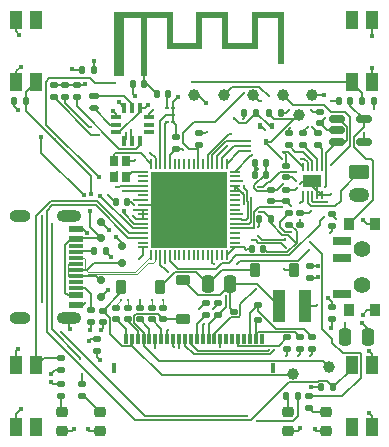
<source format=gtl>
G04 #@! TF.GenerationSoftware,KiCad,Pcbnew,8.0.2*
G04 #@! TF.CreationDate,2025-03-06T10:30:38-07:00*
G04 #@! TF.ProjectId,kicad,6b696361-642e-46b6-9963-61645f706362,4*
G04 #@! TF.SameCoordinates,Original*
G04 #@! TF.FileFunction,Copper,L1,Top*
G04 #@! TF.FilePolarity,Positive*
%FSLAX46Y46*%
G04 Gerber Fmt 4.6, Leading zero omitted, Abs format (unit mm)*
G04 Created by KiCad (PCBNEW 8.0.2) date 2025-03-06 10:30:38*
%MOMM*%
%LPD*%
G01*
G04 APERTURE LIST*
G04 Aperture macros list*
%AMRoundRect*
0 Rectangle with rounded corners*
0 $1 Rounding radius*
0 $2 $3 $4 $5 $6 $7 $8 $9 X,Y pos of 4 corners*
0 Add a 4 corners polygon primitive as box body*
4,1,4,$2,$3,$4,$5,$6,$7,$8,$9,$2,$3,0*
0 Add four circle primitives for the rounded corners*
1,1,$1+$1,$2,$3*
1,1,$1+$1,$4,$5*
1,1,$1+$1,$6,$7*
1,1,$1+$1,$8,$9*
0 Add four rect primitives between the rounded corners*
20,1,$1+$1,$2,$3,$4,$5,0*
20,1,$1+$1,$4,$5,$6,$7,0*
20,1,$1+$1,$6,$7,$8,$9,0*
20,1,$1+$1,$8,$9,$2,$3,0*%
G04 Aperture macros list end*
G04 #@! TA.AperFunction,EtchedComponent*
%ADD10C,0.000000*%
G04 #@! TD*
G04 #@! TA.AperFunction,SMDPad,CuDef*
%ADD11RoundRect,0.135000X0.135000X0.185000X-0.135000X0.185000X-0.135000X-0.185000X0.135000X-0.185000X0*%
G04 #@! TD*
G04 #@! TA.AperFunction,SMDPad,CuDef*
%ADD12R,1.000000X1.550000*%
G04 #@! TD*
G04 #@! TA.AperFunction,SMDPad,CuDef*
%ADD13R,0.990600X2.692400*%
G04 #@! TD*
G04 #@! TA.AperFunction,SMDPad,CuDef*
%ADD14C,1.000000*%
G04 #@! TD*
G04 #@! TA.AperFunction,SMDPad,CuDef*
%ADD15RoundRect,0.140000X-0.170000X0.140000X-0.170000X-0.140000X0.170000X-0.140000X0.170000X0.140000X0*%
G04 #@! TD*
G04 #@! TA.AperFunction,SMDPad,CuDef*
%ADD16RoundRect,0.218750X0.256250X-0.218750X0.256250X0.218750X-0.256250X0.218750X-0.256250X-0.218750X0*%
G04 #@! TD*
G04 #@! TA.AperFunction,SMDPad,CuDef*
%ADD17RoundRect,0.135000X0.185000X-0.135000X0.185000X0.135000X-0.185000X0.135000X-0.185000X-0.135000X0*%
G04 #@! TD*
G04 #@! TA.AperFunction,SMDPad,CuDef*
%ADD18RoundRect,0.150000X-0.200000X0.150000X-0.200000X-0.150000X0.200000X-0.150000X0.200000X0.150000X0*%
G04 #@! TD*
G04 #@! TA.AperFunction,ComponentPad*
%ADD19RoundRect,0.104167X-0.295833X0.145833X-0.295833X-0.145833X0.295833X-0.145833X0.295833X0.145833X0*%
G04 #@! TD*
G04 #@! TA.AperFunction,ComponentPad*
%ADD20O,0.800000X0.500000*%
G04 #@! TD*
G04 #@! TA.AperFunction,SMDPad,CuDef*
%ADD21R,1.150000X0.600000*%
G04 #@! TD*
G04 #@! TA.AperFunction,SMDPad,CuDef*
%ADD22R,1.150000X0.300000*%
G04 #@! TD*
G04 #@! TA.AperFunction,ComponentPad*
%ADD23O,2.100000X1.000000*%
G04 #@! TD*
G04 #@! TA.AperFunction,ComponentPad*
%ADD24O,1.800000X1.000000*%
G04 #@! TD*
G04 #@! TA.AperFunction,ComponentPad*
%ADD25RoundRect,0.250000X-0.625000X0.350000X-0.625000X-0.350000X0.625000X-0.350000X0.625000X0.350000X0*%
G04 #@! TD*
G04 #@! TA.AperFunction,ComponentPad*
%ADD26O,1.750000X1.200000*%
G04 #@! TD*
G04 #@! TA.AperFunction,SMDPad,CuDef*
%ADD27RoundRect,0.062500X0.400000X0.062500X-0.400000X0.062500X-0.400000X-0.062500X0.400000X-0.062500X0*%
G04 #@! TD*
G04 #@! TA.AperFunction,SMDPad,CuDef*
%ADD28RoundRect,0.062500X0.062500X0.400000X-0.062500X0.400000X-0.062500X-0.400000X0.062500X-0.400000X0*%
G04 #@! TD*
G04 #@! TA.AperFunction,HeatsinkPad*
%ADD29R,6.400000X6.400000*%
G04 #@! TD*
G04 #@! TA.AperFunction,SMDPad,CuDef*
%ADD30RoundRect,0.140000X0.170000X-0.140000X0.170000X0.140000X-0.170000X0.140000X-0.170000X-0.140000X0*%
G04 #@! TD*
G04 #@! TA.AperFunction,SMDPad,CuDef*
%ADD31RoundRect,0.250000X-0.250000X-0.475000X0.250000X-0.475000X0.250000X0.475000X-0.250000X0.475000X0*%
G04 #@! TD*
G04 #@! TA.AperFunction,SMDPad,CuDef*
%ADD32RoundRect,0.140000X-0.140000X-0.170000X0.140000X-0.170000X0.140000X0.170000X-0.140000X0.170000X0*%
G04 #@! TD*
G04 #@! TA.AperFunction,SMDPad,CuDef*
%ADD33RoundRect,0.225000X0.375000X-0.225000X0.375000X0.225000X-0.375000X0.225000X-0.375000X-0.225000X0*%
G04 #@! TD*
G04 #@! TA.AperFunction,SMDPad,CuDef*
%ADD34RoundRect,0.135000X-0.185000X0.135000X-0.185000X-0.135000X0.185000X-0.135000X0.185000X0.135000X0*%
G04 #@! TD*
G04 #@! TA.AperFunction,SMDPad,CuDef*
%ADD35RoundRect,0.225000X0.225000X0.375000X-0.225000X0.375000X-0.225000X-0.375000X0.225000X-0.375000X0*%
G04 #@! TD*
G04 #@! TA.AperFunction,SMDPad,CuDef*
%ADD36RoundRect,0.140000X0.140000X0.170000X-0.140000X0.170000X-0.140000X-0.170000X0.140000X-0.170000X0*%
G04 #@! TD*
G04 #@! TA.AperFunction,SMDPad,CuDef*
%ADD37RoundRect,0.147500X-0.147500X-0.172500X0.147500X-0.172500X0.147500X0.172500X-0.147500X0.172500X0*%
G04 #@! TD*
G04 #@! TA.AperFunction,SMDPad,CuDef*
%ADD38RoundRect,0.100000X0.100000X-0.155000X0.100000X0.155000X-0.100000X0.155000X-0.100000X-0.155000X0*%
G04 #@! TD*
G04 #@! TA.AperFunction,SMDPad,CuDef*
%ADD39RoundRect,0.135000X-0.135000X-0.185000X0.135000X-0.185000X0.135000X0.185000X-0.135000X0.185000X0*%
G04 #@! TD*
G04 #@! TA.AperFunction,SMDPad,CuDef*
%ADD40R,0.950000X0.350000*%
G04 #@! TD*
G04 #@! TA.AperFunction,SMDPad,CuDef*
%ADD41R,0.350000X0.950000*%
G04 #@! TD*
G04 #@! TA.AperFunction,ConnectorPad*
%ADD42R,0.500000X0.500000*%
G04 #@! TD*
G04 #@! TA.AperFunction,ComponentPad*
%ADD43R,0.900000X0.500000*%
G04 #@! TD*
G04 #@! TA.AperFunction,SMDPad,CuDef*
%ADD44RoundRect,0.150000X-0.512500X-0.150000X0.512500X-0.150000X0.512500X0.150000X-0.512500X0.150000X0*%
G04 #@! TD*
G04 #@! TA.AperFunction,SMDPad,CuDef*
%ADD45RoundRect,0.250000X0.250000X0.475000X-0.250000X0.475000X-0.250000X-0.475000X0.250000X-0.475000X0*%
G04 #@! TD*
G04 #@! TA.AperFunction,SMDPad,CuDef*
%ADD46RoundRect,0.112500X0.237500X-0.112500X0.237500X0.112500X-0.237500X0.112500X-0.237500X-0.112500X0*%
G04 #@! TD*
G04 #@! TA.AperFunction,SMDPad,CuDef*
%ADD47R,0.304800X0.254000*%
G04 #@! TD*
G04 #@! TA.AperFunction,SMDPad,CuDef*
%ADD48R,0.812800X0.990600*%
G04 #@! TD*
G04 #@! TA.AperFunction,ComponentPad*
%ADD49C,1.397000*%
G04 #@! TD*
G04 #@! TA.AperFunction,SMDPad,CuDef*
%ADD50R,1.498600X0.711200*%
G04 #@! TD*
G04 #@! TA.AperFunction,SMDPad,CuDef*
%ADD51R,0.203200X0.762000*%
G04 #@! TD*
G04 #@! TA.AperFunction,SMDPad,CuDef*
%ADD52R,1.600200X0.990600*%
G04 #@! TD*
G04 #@! TA.AperFunction,SMDPad,CuDef*
%ADD53RoundRect,0.150000X0.200000X-0.150000X0.200000X0.150000X-0.200000X0.150000X-0.200000X-0.150000X0*%
G04 #@! TD*
G04 #@! TA.AperFunction,SMDPad,CuDef*
%ADD54R,0.330200X0.812800*%
G04 #@! TD*
G04 #@! TA.AperFunction,SMDPad,CuDef*
%ADD55R,0.406400X0.812800*%
G04 #@! TD*
G04 #@! TA.AperFunction,SMDPad,CuDef*
%ADD56R,0.750000X0.850000*%
G04 #@! TD*
G04 #@! TA.AperFunction,ViaPad*
%ADD57C,0.250000*%
G04 #@! TD*
G04 #@! TA.AperFunction,ViaPad*
%ADD58C,0.450000*%
G04 #@! TD*
G04 #@! TA.AperFunction,Conductor*
%ADD59C,0.150000*%
G04 #@! TD*
G04 #@! TA.AperFunction,Conductor*
%ADD60C,0.100000*%
G04 #@! TD*
G04 APERTURE END LIST*
D10*
G04 #@! TA.AperFunction,EtchedComponent*
G36*
X140700000Y-97115000D02*
G01*
X142700000Y-97115000D01*
X142700000Y-94475000D01*
X145400000Y-94475000D01*
X145400000Y-97115000D01*
X147400000Y-97115000D01*
X147400000Y-94475000D01*
X150100000Y-94475000D01*
X150100000Y-98915000D01*
X149600000Y-98915000D01*
X149600000Y-94975000D01*
X147900000Y-94975000D01*
X147900000Y-97615000D01*
X144900000Y-97615000D01*
X144900000Y-94975000D01*
X143200000Y-94975000D01*
X143200000Y-97615000D01*
X140200000Y-97615000D01*
X140200000Y-94975000D01*
X138500000Y-94975000D01*
X138500000Y-99875000D01*
X138000000Y-99875000D01*
X138000000Y-94975000D01*
X136600000Y-94975000D01*
X136600000Y-99875000D01*
X135700000Y-99875000D01*
X135700000Y-99631785D01*
X136002417Y-99631785D01*
X136012258Y-99679395D01*
X136036326Y-99721797D01*
X136074269Y-99754581D01*
X136082181Y-99758935D01*
X136124844Y-99771043D01*
X136173363Y-99770300D01*
X136218878Y-99757400D01*
X136237489Y-99746787D01*
X136271132Y-99711553D01*
X136291691Y-99666368D01*
X136298222Y-99616842D01*
X136289782Y-99568583D01*
X136272888Y-99536357D01*
X136237628Y-99503687D01*
X136192318Y-99483592D01*
X136142733Y-99477018D01*
X136094647Y-99484908D01*
X136061755Y-99501814D01*
X136026815Y-99538584D01*
X136007153Y-99583378D01*
X136002417Y-99631785D01*
X135700000Y-99631785D01*
X135700000Y-94475000D01*
X140700000Y-94475000D01*
X140700000Y-97115000D01*
G37*
G04 #@! TD.AperFunction*
D11*
X147710000Y-103000000D03*
X146690000Y-103000000D03*
D12*
X157539000Y-129628500D03*
X157539000Y-124378500D03*
X155839000Y-129628500D03*
X155839000Y-124378500D03*
D13*
X149707800Y-119400000D03*
X151892200Y-119400000D03*
D14*
X152500000Y-101500000D03*
D15*
X152300000Y-116000000D03*
X152300000Y-116960000D03*
D16*
X131300000Y-129912000D03*
X131300000Y-128337000D03*
D17*
X150500000Y-105770000D03*
X150500000Y-104750000D03*
D18*
X134600000Y-113650000D03*
X134600000Y-112250000D03*
D19*
X134000000Y-101600000D03*
D20*
X134000000Y-102616000D03*
D21*
X132505000Y-112872500D03*
X132505000Y-113672500D03*
D22*
X132505000Y-114822500D03*
X132505000Y-115822500D03*
X132505000Y-116322500D03*
X132505000Y-117322500D03*
D21*
X132505000Y-118472500D03*
X132505000Y-119272500D03*
X132505000Y-119272500D03*
X132505000Y-118472500D03*
D22*
X132505000Y-117822500D03*
X132505000Y-116822500D03*
X132505000Y-115322500D03*
X132505000Y-114322500D03*
D21*
X132505000Y-113672500D03*
X132505000Y-112872500D03*
D23*
X131930000Y-111752500D03*
D24*
X127750000Y-111752500D03*
D23*
X131930000Y-120392500D03*
D24*
X127750000Y-120392500D03*
D11*
X149820000Y-103000000D03*
X148800000Y-103000000D03*
D14*
X145000000Y-101500000D03*
D25*
X156500000Y-108000000D03*
D26*
X156500000Y-110000000D03*
D27*
X145937500Y-114400000D03*
X145937500Y-114000000D03*
X145937500Y-113600000D03*
X145937500Y-113200000D03*
X145937500Y-112800000D03*
X145937500Y-112400000D03*
X145937500Y-112000000D03*
X145937500Y-111600000D03*
X145937500Y-111200000D03*
X145937500Y-110800000D03*
X145937500Y-110400000D03*
X145937500Y-110000000D03*
X145937500Y-109600000D03*
X145937500Y-109200000D03*
X145937500Y-108800000D03*
X145937500Y-108400000D03*
X145937500Y-108000000D03*
D28*
X145250000Y-107312500D03*
X144850000Y-107312500D03*
X144450000Y-107312500D03*
X144050000Y-107312500D03*
X143650000Y-107312500D03*
X143250000Y-107312500D03*
X142850000Y-107312500D03*
X142450000Y-107312500D03*
X142050000Y-107312500D03*
X141650000Y-107312500D03*
X141250000Y-107312500D03*
X140850000Y-107312500D03*
X140450000Y-107312500D03*
X140050000Y-107312500D03*
X139650000Y-107312500D03*
X139250000Y-107312500D03*
X138850000Y-107312500D03*
D27*
X138162500Y-108000000D03*
X138162500Y-108400000D03*
X138162500Y-108800000D03*
X138162500Y-109200000D03*
X138162500Y-109600000D03*
X138162500Y-110000000D03*
X138162500Y-110400000D03*
X138162500Y-110800000D03*
X138162500Y-111200000D03*
X138162500Y-111600000D03*
X138162500Y-112000000D03*
X138162500Y-112400000D03*
X138162500Y-112800000D03*
X138162500Y-113200000D03*
X138162500Y-113600000D03*
X138162500Y-114000000D03*
X138162500Y-114400000D03*
D28*
X138850000Y-115087500D03*
X139250000Y-115087500D03*
X139650000Y-115087500D03*
X140050000Y-115087500D03*
X140450000Y-115087500D03*
X140850000Y-115087500D03*
X141250000Y-115087500D03*
X141650000Y-115087500D03*
X142050000Y-115087500D03*
X142450000Y-115087500D03*
X142850000Y-115087500D03*
X143250000Y-115087500D03*
X143650000Y-115087500D03*
X144050000Y-115087500D03*
X144450000Y-115087500D03*
X144850000Y-115087500D03*
X145250000Y-115087500D03*
D29*
X142050000Y-111200000D03*
D30*
X153150000Y-103880000D03*
X153150000Y-102920000D03*
D18*
X136400000Y-115700000D03*
X136400000Y-114300000D03*
D16*
X150438000Y-129912000D03*
X150438000Y-128337000D03*
D31*
X155300000Y-122000000D03*
X157200000Y-122000000D03*
D32*
X147400000Y-114500000D03*
X148360000Y-114500000D03*
D33*
X141600000Y-120450000D03*
X141600000Y-117150000D03*
D34*
X144500000Y-119090000D03*
X144500000Y-120110000D03*
X133800000Y-119690000D03*
X133800000Y-120710000D03*
D35*
X139650000Y-117730000D03*
X136350000Y-117730000D03*
D15*
X135880000Y-119520000D03*
X135880000Y-120480000D03*
D36*
X138280000Y-100600000D03*
X137320000Y-100600000D03*
D37*
X139315000Y-101400000D03*
X140285000Y-101400000D03*
D34*
X152460000Y-121960000D03*
X152460000Y-122980000D03*
D15*
X137900000Y-119520000D03*
X137900000Y-120480000D03*
D30*
X140950000Y-106060000D03*
X140950000Y-105100000D03*
D14*
X147500000Y-101500000D03*
D38*
X149100000Y-104155000D03*
X148100000Y-104155000D03*
X148600000Y-105445000D03*
D39*
X133990000Y-114750000D03*
X135010000Y-114750000D03*
D36*
X155730000Y-102000000D03*
X154770000Y-102000000D03*
D34*
X152250000Y-126990000D03*
X152250000Y-128010000D03*
D14*
X150000000Y-101500000D03*
D15*
X136880000Y-119520000D03*
X136880000Y-120480000D03*
D34*
X133000000Y-125980000D03*
X133000000Y-127000000D03*
D11*
X151260000Y-127000000D03*
X150240000Y-127000000D03*
D34*
X130600000Y-100640000D03*
X130600000Y-101660000D03*
D17*
X151750000Y-105760000D03*
X151750000Y-104740000D03*
D40*
X138650000Y-104650000D03*
X138650000Y-104000000D03*
X138650000Y-103350000D03*
D41*
X137900000Y-102600000D03*
X137250000Y-102600000D03*
X136600000Y-102600000D03*
D40*
X135850000Y-103350000D03*
X135850000Y-104000000D03*
X135850000Y-104650000D03*
D41*
X136600000Y-105400000D03*
X137250000Y-105400000D03*
X137900000Y-105400000D03*
D32*
X147620000Y-107300000D03*
X148580000Y-107300000D03*
D17*
X131250000Y-124760000D03*
X131250000Y-123740000D03*
D42*
X138250000Y-99625000D03*
D43*
X136150000Y-99625000D03*
D30*
X149000000Y-110480000D03*
X149000000Y-109520000D03*
D39*
X153240000Y-126250000D03*
X154260000Y-126250000D03*
D44*
X154612500Y-103550000D03*
X154612500Y-104500000D03*
X154612500Y-105450000D03*
X156887500Y-105450000D03*
X156887500Y-103550000D03*
D34*
X142950000Y-104740000D03*
X142950000Y-105760000D03*
D14*
X151400000Y-103200000D03*
D34*
X132600000Y-100640000D03*
X132600000Y-101660000D03*
D35*
X150950000Y-116300000D03*
X147650000Y-116300000D03*
D12*
X157539000Y-100407000D03*
X157539000Y-95157000D03*
X155839000Y-100407000D03*
X155839000Y-95157000D03*
D45*
X145550000Y-117500000D03*
X143650000Y-117500000D03*
D32*
X147620000Y-108250000D03*
X148580000Y-108250000D03*
D46*
X147900000Y-120550000D03*
X147900000Y-119250000D03*
X145900000Y-119900000D03*
D11*
X157760000Y-102000000D03*
X156740000Y-102000000D03*
D30*
X150400000Y-122990000D03*
X150400000Y-122030000D03*
X134750000Y-120730000D03*
X134750000Y-119770000D03*
D12*
X127401000Y-95150000D03*
X127401000Y-100400000D03*
X129101000Y-95150000D03*
X129101000Y-100400000D03*
D47*
X140200000Y-102626002D03*
X140200000Y-103213001D03*
X140200000Y-103800000D03*
X140708000Y-103800000D03*
X140708000Y-103213001D03*
X140708000Y-102626002D03*
D17*
X151500000Y-112510000D03*
X151500000Y-111490000D03*
D14*
X153950000Y-124500000D03*
D48*
X157850000Y-119722480D03*
X157850000Y-112422520D03*
X155650000Y-112422520D03*
X155650000Y-119722480D03*
D49*
X156750000Y-117566020D03*
X156750000Y-114568820D03*
D50*
X155040400Y-118315320D03*
X155040400Y-115330820D03*
X155040400Y-113832220D03*
D30*
X150250000Y-110500000D03*
X150250000Y-109540000D03*
D51*
X151699900Y-109981200D03*
X152099950Y-109981200D03*
X152500000Y-109981200D03*
X152900050Y-109981200D03*
X153300100Y-109981200D03*
X153300100Y-107619000D03*
X152900050Y-107619000D03*
X152500000Y-107619000D03*
X152099950Y-107619000D03*
X151699900Y-107619000D03*
D52*
X152500000Y-108800100D03*
D12*
X127399000Y-124371500D03*
X127399000Y-129621500D03*
X129099000Y-124371500D03*
X129099000Y-129621500D03*
D14*
X150900000Y-125100000D03*
D32*
X148020000Y-112000000D03*
X148980000Y-112000000D03*
D39*
X127240000Y-102000000D03*
X128260000Y-102000000D03*
D32*
X133040000Y-99400000D03*
X134000000Y-99400000D03*
D36*
X136850000Y-110600000D03*
X135890000Y-110600000D03*
D53*
X134600000Y-117200000D03*
X134600000Y-118600000D03*
D34*
X131250000Y-125990000D03*
X131250000Y-127010000D03*
D15*
X154200000Y-111600000D03*
X154200000Y-112560000D03*
X150500000Y-111520000D03*
X150500000Y-112480000D03*
D30*
X154200000Y-120430000D03*
X154200000Y-119470000D03*
D34*
X131600000Y-100640000D03*
X131600000Y-101660000D03*
D15*
X134300000Y-122180000D03*
X134300000Y-123140000D03*
D34*
X143500000Y-119100000D03*
X143500000Y-120120000D03*
D54*
X148219999Y-122156000D03*
X147719998Y-122156000D03*
X147219999Y-122156000D03*
X146719997Y-122156000D03*
X146219998Y-122156000D03*
X145719999Y-122156000D03*
X145219998Y-122156000D03*
X144719999Y-122156000D03*
X144219997Y-122156000D03*
X143719998Y-122156000D03*
X143219999Y-122156000D03*
X142719998Y-122156000D03*
X142219998Y-122156000D03*
X141719997Y-122156000D03*
X141219998Y-122156000D03*
X140719999Y-122156000D03*
X140219997Y-122156000D03*
X139719998Y-122156000D03*
X139219997Y-122156000D03*
X138719998Y-122156000D03*
X138219999Y-122156000D03*
X137719997Y-122156000D03*
X137219998Y-122156000D03*
X136719999Y-122156000D03*
D55*
X135720001Y-124656000D03*
X149219999Y-124656000D03*
D16*
X134500000Y-129912000D03*
X134500000Y-128337000D03*
X153638000Y-129912000D03*
X153638000Y-128337000D03*
D17*
X151460000Y-123000000D03*
X151460000Y-121980000D03*
D56*
X136725000Y-108475000D03*
X136725000Y-107125000D03*
X135675000Y-107125000D03*
X135675000Y-108475000D03*
D15*
X138900000Y-119520000D03*
X138900000Y-120480000D03*
X150250000Y-107520000D03*
X150250000Y-108480000D03*
D14*
X142450000Y-101500000D03*
D15*
X139900000Y-119520000D03*
X139900000Y-120480000D03*
D17*
X153000000Y-105760000D03*
X153000000Y-104740000D03*
D57*
X151485000Y-109000000D03*
D58*
X157300000Y-128400000D03*
X127800000Y-99100000D03*
X157600000Y-96500000D03*
X156700000Y-120800000D03*
D57*
X139200000Y-122900000D03*
X150100000Y-116200000D03*
D58*
X135300000Y-112900000D03*
X136100000Y-102100000D03*
X132000000Y-121300000D03*
X134000000Y-98600000D03*
X142100000Y-111200000D03*
X137500000Y-101575000D03*
X134600000Y-121400000D03*
D57*
X137900000Y-118900000D03*
X135200000Y-110000000D03*
X151200000Y-113950003D03*
D58*
X135200000Y-118000000D03*
D57*
X150656059Y-104256059D03*
D58*
X157600000Y-99200000D03*
D57*
X137500000Y-107000000D03*
X154100000Y-109900000D03*
X153615284Y-103421423D03*
X140300000Y-121400000D03*
X152500000Y-104200000D03*
D58*
X152700000Y-129800000D03*
X141100000Y-101700000D03*
D57*
X150000000Y-109000000D03*
D58*
X132300000Y-129800000D03*
X134500000Y-123900000D03*
D57*
X151100000Y-108800000D03*
X144700000Y-122800000D03*
D58*
X143500000Y-102200000D03*
D57*
X136000000Y-108000000D03*
X146600000Y-103500000D03*
X156917745Y-104717745D03*
X138900000Y-118900000D03*
D58*
X156800000Y-120100000D03*
X157300000Y-123200000D03*
D57*
X147958015Y-111400000D03*
X151300000Y-123600000D03*
X152300000Y-123600000D03*
X151200000Y-109400000D03*
X139900000Y-118900000D03*
X150300000Y-123600000D03*
D58*
X133500000Y-129800000D03*
X133700000Y-121400000D03*
D57*
X139650000Y-106500000D03*
X154000000Y-113200000D03*
D58*
X127800000Y-128100000D03*
D57*
X136900000Y-118900000D03*
D58*
X152950000Y-116900000D03*
D57*
X154100000Y-102000000D03*
X148500000Y-104500000D03*
D58*
X135600000Y-102838559D03*
X127700000Y-96400000D03*
X135500000Y-115200000D03*
X127600000Y-123000000D03*
X151500000Y-129700000D03*
D57*
X133300000Y-119100000D03*
X152100000Y-104200000D03*
D58*
X135900000Y-113500000D03*
X153850000Y-118700000D03*
X133392894Y-113150000D03*
D57*
X136300000Y-118900000D03*
X150685000Y-113100000D03*
X153600000Y-110937200D03*
X150050000Y-106305000D03*
D58*
X129531931Y-105018069D03*
X133650000Y-111350000D03*
X133150000Y-110000000D03*
D57*
X145600000Y-104800000D03*
X149300000Y-123100000D03*
X147700000Y-117900000D03*
X147400000Y-106600000D03*
X145200000Y-118500000D03*
X147221113Y-106242227D03*
X143300000Y-120900000D03*
X147200000Y-105800000D03*
X148800000Y-123100000D03*
X145300000Y-105800000D03*
X142719998Y-121500000D03*
X147200000Y-105399997D03*
X146558016Y-108818801D03*
X139000000Y-102750000D03*
X133800002Y-104235686D03*
X137150000Y-104500000D03*
X147333462Y-110187702D03*
X146708383Y-109189465D03*
X134457154Y-104892840D03*
X136736382Y-104677265D03*
X137343233Y-111756767D03*
X137400000Y-110400000D03*
X137399175Y-111229326D03*
X147908015Y-107775000D03*
X152900000Y-119300000D03*
X157745000Y-102700000D03*
X151500000Y-112100000D03*
X137375001Y-110825454D03*
D58*
X138586081Y-102387821D03*
X127600000Y-102800000D03*
X156800000Y-112100000D03*
X152950000Y-116000000D03*
X152400000Y-126200000D03*
X132200000Y-99300000D03*
X130400000Y-125800000D03*
D57*
X146700000Y-110700000D03*
X155300000Y-120800000D03*
X141584579Y-106164480D03*
D58*
X130400000Y-125100000D03*
X154100000Y-121200000D03*
D57*
X154500000Y-112000000D03*
X147908015Y-112707670D03*
X142900000Y-119600000D03*
X143600000Y-104600000D03*
X144100000Y-119600000D03*
D58*
X133300000Y-100600000D03*
D57*
X152407843Y-102792157D03*
X140800000Y-122800000D03*
X138800000Y-106400000D03*
X140049999Y-115761971D03*
X146900000Y-114600000D03*
D58*
X133600000Y-122300000D03*
D57*
X141200000Y-122900000D03*
D58*
X153500000Y-101500000D03*
D57*
X150500000Y-102800000D03*
D58*
X134406067Y-108477989D03*
X134556931Y-110043069D03*
D57*
X142350000Y-100400000D03*
X135800000Y-100500000D03*
X130781196Y-105418804D03*
X145916431Y-103435687D03*
D58*
X133800000Y-109850000D03*
X136535485Y-111314515D03*
D57*
X154050000Y-107450000D03*
X146558015Y-111600000D03*
X147908015Y-109288114D03*
X151100000Y-108000000D03*
X151570721Y-106879279D03*
X146681714Y-101368513D03*
X137800000Y-115400000D03*
X153709889Y-110552588D03*
X152400000Y-111300000D03*
X147900000Y-113400000D03*
X150221881Y-113732822D03*
X150685000Y-110915002D03*
X153600000Y-109250000D03*
X151485000Y-110650000D03*
X148800000Y-101600000D03*
X140300000Y-116500000D03*
X146100000Y-115800000D03*
X152200000Y-114600000D03*
X148200000Y-102000000D03*
X153500000Y-111800000D03*
X132832843Y-123817157D03*
X130450000Y-112450000D03*
X135900000Y-109300000D03*
X133017157Y-125132843D03*
X136450000Y-109600000D03*
X129650000Y-119000000D03*
X146985086Y-128649500D03*
X131232843Y-121567157D03*
X147826059Y-129076059D03*
X129650001Y-111770710D03*
X144200000Y-115850000D03*
X150279657Y-114429657D03*
X152313173Y-113913173D03*
X147408015Y-113750000D03*
X149900000Y-106900000D03*
X149900000Y-110958710D03*
D59*
X151400000Y-103200000D02*
X151287853Y-103200000D01*
X151287853Y-103200000D02*
X149042853Y-105445000D01*
X149042853Y-105445000D02*
X148600000Y-105445000D01*
X148800000Y-103000000D02*
X149295000Y-103495000D01*
X149295000Y-103495000D02*
X151105000Y-103495000D01*
X151105000Y-103495000D02*
X151400000Y-103200000D01*
D60*
X135880000Y-119520000D02*
X135880000Y-119320000D01*
D59*
X142450000Y-101500000D02*
X142800000Y-101500000D01*
X136725000Y-107125000D02*
X137375000Y-107125000D01*
D60*
X135880000Y-119320000D02*
X136300000Y-118900000D01*
D59*
X141650000Y-110800000D02*
X142050000Y-111200000D01*
X157177520Y-119722480D02*
X156800000Y-120100000D01*
X148980000Y-112380000D02*
X149954988Y-113354988D01*
X150780000Y-108480000D02*
X151100000Y-108800000D01*
X146690000Y-103410000D02*
X146600000Y-103500000D01*
X140708000Y-103800000D02*
X140708000Y-103213001D01*
X136400000Y-114300000D02*
X136400000Y-114000000D01*
X133612000Y-129912000D02*
X133500000Y-129800000D01*
X153000000Y-104700000D02*
X152500000Y-104200000D01*
X157539000Y-100407000D02*
X157539000Y-99261000D01*
X157539000Y-129628500D02*
X157539000Y-128639000D01*
X157539000Y-124378500D02*
X157539000Y-123439000D01*
X140157599Y-103213001D02*
X140200000Y-103213001D01*
X127401000Y-95150000D02*
X127401000Y-96101000D01*
X151200000Y-113950003D02*
X151200000Y-114004289D01*
X135675000Y-108475000D02*
X135675000Y-108325000D01*
X137320000Y-100600000D02*
X137320000Y-101395000D01*
X153000000Y-104740000D02*
X153000000Y-104700000D01*
X148580000Y-108250000D02*
X148580000Y-107300000D01*
X149480000Y-109520000D02*
X150000000Y-109000000D01*
X134300000Y-123140000D02*
X134300000Y-123700000D01*
X152900050Y-109200150D02*
X152500000Y-108800100D01*
X139650000Y-106500000D02*
X139650000Y-103720600D01*
X154612500Y-104500000D02*
X153770000Y-104500000D01*
D60*
X136880000Y-118920000D02*
X136900000Y-118900000D01*
D59*
X154770000Y-102000000D02*
X154100000Y-102000000D01*
X135675000Y-108325000D02*
X136000000Y-108000000D01*
X147608015Y-109163849D02*
X147608015Y-109412379D01*
X150250000Y-108480000D02*
X150780000Y-108480000D01*
X140950000Y-105100000D02*
X140950000Y-104042000D01*
X150250000Y-109540000D02*
X151060000Y-109540000D01*
X148931886Y-109588114D02*
X149000000Y-109520000D01*
X140708000Y-103213001D02*
X140708000Y-102626002D01*
X151460000Y-123000000D02*
X151460000Y-123440000D01*
X152460000Y-123440000D02*
X152300000Y-123600000D01*
X154200000Y-113000000D02*
X154000000Y-113200000D01*
X156887500Y-104747990D02*
X156917745Y-104717745D01*
X151460000Y-123440000D02*
X151300000Y-123600000D01*
X148660000Y-114800000D02*
X148360000Y-114500000D01*
X150500000Y-104412118D02*
X150656059Y-104256059D01*
X152812000Y-129912000D02*
X152700000Y-129800000D01*
X152300000Y-116960000D02*
X152890000Y-116960000D01*
X151200000Y-113049314D02*
X151200000Y-113950003D01*
X140200000Y-103213001D02*
X140708000Y-103213001D01*
X135850000Y-103088559D02*
X135600000Y-102838559D01*
X152500000Y-108800100D02*
X151684900Y-108800100D01*
X153770000Y-104500000D02*
X153150000Y-103880000D01*
X152900050Y-109981200D02*
X152900050Y-109200150D01*
X150404289Y-114800000D02*
X148660000Y-114800000D01*
X147608015Y-109412379D02*
X147783750Y-109588114D01*
X153638000Y-129912000D02*
X152812000Y-129912000D01*
X132188000Y-129912000D02*
X132300000Y-129800000D01*
X151288000Y-129912000D02*
X151500000Y-129700000D01*
X127401000Y-96101000D02*
X127700000Y-96400000D01*
X133127500Y-119272500D02*
X133300000Y-119100000D01*
X127399000Y-129621500D02*
X127399000Y-128501000D01*
X151750000Y-104550000D02*
X152100000Y-104200000D01*
X154200000Y-112560000D02*
X154200000Y-113000000D01*
X157539000Y-95157000D02*
X157539000Y-96439000D01*
X140708000Y-102092000D02*
X141100000Y-101700000D01*
X136600000Y-102600000D02*
X136100000Y-102100000D01*
X149954988Y-113354988D02*
X150445012Y-113354988D01*
X127401000Y-99499000D02*
X127800000Y-99100000D01*
X133115394Y-112872500D02*
X133392894Y-113150000D01*
X133800000Y-121300000D02*
X133700000Y-121400000D01*
X137375000Y-107125000D02*
X137500000Y-107000000D01*
X150950000Y-116300000D02*
X150200000Y-116300000D01*
X134500000Y-129912000D02*
X133612000Y-129912000D01*
X152460000Y-122980000D02*
X152460000Y-123440000D01*
X150400000Y-122990000D02*
X150400000Y-123500000D01*
X146690000Y-103000000D02*
X146690000Y-103410000D01*
X154200000Y-119470000D02*
X154200000Y-119050000D01*
D60*
X136880000Y-119520000D02*
X136880000Y-118920000D01*
D59*
X139219997Y-122880003D02*
X139200000Y-122900000D01*
X140950000Y-104042000D02*
X140708000Y-103800000D01*
X148100000Y-104155000D02*
X148155000Y-104155000D01*
X135850000Y-103350000D02*
X135850000Y-103088559D01*
X132505000Y-112872500D02*
X133115394Y-112872500D01*
X156887500Y-105450000D02*
X156887500Y-104747990D01*
X139650000Y-107312500D02*
X139650000Y-106500000D01*
X134600000Y-118600000D02*
X135200000Y-118000000D01*
X152500000Y-109181100D02*
X153300100Y-109981200D01*
X127399000Y-124371500D02*
X127399000Y-123201000D01*
X157539000Y-128639000D02*
X157300000Y-128400000D01*
X134750000Y-121250000D02*
X134600000Y-121400000D01*
X134650000Y-112250000D02*
X135300000Y-112900000D01*
X153300100Y-109981200D02*
X154018800Y-109981200D01*
X131300000Y-129912000D02*
X132188000Y-129912000D01*
X150500000Y-112480000D02*
X150630686Y-112480000D01*
X154200000Y-119050000D02*
X153850000Y-118700000D01*
X136400000Y-114000000D02*
X135900000Y-113500000D01*
X134000000Y-99400000D02*
X134000000Y-98600000D01*
X150200000Y-116300000D02*
X150100000Y-116200000D01*
X151040028Y-113950003D02*
X151200000Y-113950003D01*
X135800000Y-110600000D02*
X135200000Y-110000000D01*
X144719999Y-122156000D02*
X144719999Y-122780001D01*
X133800000Y-120710000D02*
X133800000Y-121300000D01*
X152500000Y-108800100D02*
X152500000Y-109181100D01*
X148980000Y-112000000D02*
X148980000Y-112380000D01*
X157539000Y-123439000D02*
X157300000Y-123200000D01*
X157539000Y-96439000D02*
X157600000Y-96500000D01*
X152900050Y-109981200D02*
X153300100Y-109981200D01*
X151684900Y-108800100D02*
X151485000Y-109000000D01*
X138162500Y-110800000D02*
X141650000Y-110800000D01*
X153156707Y-103880000D02*
X153615284Y-103421423D01*
X149000000Y-109520000D02*
X149480000Y-109520000D01*
X140219997Y-122156000D02*
X140219997Y-121480003D01*
X127399000Y-123201000D02*
X127600000Y-123000000D01*
D60*
X139900000Y-119520000D02*
X139900000Y-118900000D01*
D59*
X137320000Y-101395000D02*
X137500000Y-101575000D01*
X150500000Y-104750000D02*
X150500000Y-104412118D01*
X134600000Y-112250000D02*
X134650000Y-112250000D01*
X157850000Y-119722480D02*
X157177520Y-119722480D01*
X151200000Y-114004289D02*
X150404289Y-114800000D01*
X148980000Y-112000000D02*
X148380000Y-111400000D01*
X157200000Y-121300000D02*
X156700000Y-120800000D01*
X157200000Y-122000000D02*
X157200000Y-121300000D01*
X150438000Y-129912000D02*
X151288000Y-129912000D01*
X140708000Y-102626002D02*
X140708000Y-102092000D01*
X147783750Y-109588114D02*
X148931886Y-109588114D01*
X131930000Y-121230000D02*
X132000000Y-121300000D01*
X152890000Y-116960000D02*
X152950000Y-116900000D01*
X135050000Y-114750000D02*
X135500000Y-115200000D01*
X148521864Y-108250000D02*
X147608015Y-109163849D01*
X157539000Y-99261000D02*
X157600000Y-99200000D01*
X151750000Y-104740000D02*
X151750000Y-104550000D01*
X150630686Y-112480000D02*
X151200000Y-113049314D01*
X132505000Y-119272500D02*
X133127500Y-119272500D01*
X127399000Y-128501000D02*
X127800000Y-128100000D01*
X142050000Y-111200000D02*
X142100000Y-111200000D01*
X150400000Y-123500000D02*
X150300000Y-123600000D01*
X139650000Y-103720600D02*
X140157599Y-103213001D01*
X127401000Y-100400000D02*
X127401000Y-99499000D01*
X139219997Y-122156000D02*
X139219997Y-122880003D01*
X140219997Y-121480003D02*
X140300000Y-121400000D01*
D60*
X138900000Y-119520000D02*
X138900000Y-118900000D01*
D59*
X144719999Y-122780001D02*
X144700000Y-122800000D01*
X135010000Y-114750000D02*
X135050000Y-114750000D01*
X148380000Y-111400000D02*
X147958015Y-111400000D01*
X131930000Y-120392500D02*
X131930000Y-121230000D01*
X135890000Y-110600000D02*
X135800000Y-110600000D01*
X137900000Y-119520000D02*
X137900000Y-118900000D01*
X134300000Y-123700000D02*
X134500000Y-123900000D01*
X134750000Y-120730000D02*
X134750000Y-121250000D01*
X154018800Y-109981200D02*
X154100000Y-109900000D01*
X148580000Y-108250000D02*
X148521864Y-108250000D01*
X150445012Y-113354988D02*
X151040028Y-113950003D01*
X151060000Y-109540000D02*
X151200000Y-109400000D01*
X142800000Y-101500000D02*
X143500000Y-102200000D01*
X148155000Y-104155000D02*
X148500000Y-104500000D01*
X153150000Y-103880000D02*
X153156707Y-103880000D01*
X150500000Y-111520000D02*
X149775000Y-112245000D01*
X154899075Y-109600925D02*
X156500000Y-108000000D01*
X149775000Y-112245000D02*
X149775000Y-112655780D01*
X149775000Y-112655780D02*
X150219220Y-113100000D01*
X154419431Y-110926800D02*
X154899075Y-110447156D01*
X152099950Y-109981200D02*
X152099950Y-110607125D01*
X152099950Y-110607125D02*
X152419625Y-110926800D01*
X152419625Y-110926800D02*
X154419431Y-110926800D01*
X150219220Y-113100000D02*
X150685000Y-113100000D01*
X154899075Y-110447156D02*
X154899075Y-109600925D01*
X156887500Y-104182304D02*
X156050000Y-105019804D01*
X157650000Y-110422520D02*
X155650000Y-112422520D01*
X157495000Y-106895000D02*
X157650000Y-107050000D01*
X156050000Y-105880196D02*
X157064804Y-106895000D01*
X157064804Y-106895000D02*
X157495000Y-106895000D01*
X156887500Y-103550000D02*
X156887500Y-104182304D01*
X156887500Y-103550000D02*
X155730000Y-102392500D01*
X156050000Y-105019804D02*
X156050000Y-105880196D01*
X155730000Y-102392500D02*
X155730000Y-102000000D01*
X157650000Y-107050000D02*
X157650000Y-110422520D01*
X139507600Y-124000001D02*
X138219999Y-122712400D01*
X153450001Y-124000001D02*
X139507600Y-124000001D01*
X139900000Y-120480000D02*
X139445000Y-120025000D01*
X138219999Y-121619999D02*
X138219999Y-122156000D01*
X137415000Y-120815000D02*
X138219999Y-121619999D01*
X139445000Y-120025000D02*
X137595642Y-120025000D01*
X141600000Y-120450000D02*
X139930000Y-120450000D01*
X139930000Y-120450000D02*
X139900000Y-120480000D01*
X137595642Y-120025000D02*
X137415000Y-120205642D01*
X137415000Y-120205642D02*
X137415000Y-120815000D01*
X153950000Y-124500000D02*
X153450001Y-124000001D01*
X138219999Y-122712400D02*
X138219999Y-122156000D01*
X142850000Y-118400000D02*
X141600000Y-117150000D01*
X149707800Y-119400000D02*
X147807800Y-117500000D01*
X145550000Y-119550000D02*
X145550000Y-117500000D01*
X144650000Y-118400000D02*
X142850000Y-118400000D01*
X145900000Y-119900000D02*
X145550000Y-119550000D01*
X147807800Y-117500000D02*
X145550000Y-117500000D01*
X145550000Y-117500000D02*
X144650000Y-118400000D01*
X142675000Y-116525000D02*
X143650000Y-117500000D01*
X140855000Y-116525000D02*
X142675000Y-116525000D01*
X143650000Y-117500000D02*
X144850000Y-116300000D01*
X139650000Y-117730000D02*
X140855000Y-116525000D01*
X144850000Y-116300000D02*
X147650000Y-116300000D01*
X135390398Y-120410398D02*
X134750000Y-119770000D01*
X137219998Y-122577501D02*
X137060099Y-122737400D01*
X137060099Y-122737400D02*
X136379899Y-122737400D01*
X135390398Y-121747899D02*
X135390398Y-120410398D01*
X136379899Y-122737400D02*
X135390398Y-121747899D01*
X150762600Y-125237400D02*
X150900000Y-125100000D01*
X137219998Y-122156000D02*
X137219998Y-122712400D01*
X137219998Y-122156000D02*
X137219998Y-122577501D01*
X136350000Y-118170000D02*
X134750000Y-119770000D01*
X137219998Y-122712400D02*
X139744998Y-125237400D01*
X139744998Y-125237400D02*
X150762600Y-125237400D01*
X136350000Y-117730000D02*
X136350000Y-118170000D01*
X138900000Y-120480000D02*
X139719998Y-121299998D01*
X139719998Y-121299998D02*
X139719998Y-122156000D01*
X138719998Y-121299998D02*
X138719998Y-122156000D01*
X137900000Y-120480000D02*
X138719998Y-121299998D01*
X136880000Y-120480000D02*
X136880000Y-120633553D01*
X137719997Y-121473550D02*
X137719997Y-122156000D01*
X136880000Y-120633553D02*
X137719997Y-121473550D01*
X136719999Y-122156000D02*
X136719999Y-121319999D01*
X136719999Y-121319999D02*
X135880000Y-120480000D01*
X146219998Y-122712400D02*
X146219998Y-122156000D01*
X150400000Y-122030000D02*
X149692600Y-122737400D01*
X146244998Y-122737400D02*
X146219998Y-122712400D01*
X149692600Y-122737400D02*
X146244998Y-122737400D01*
X131250000Y-127010000D02*
X131250000Y-128287000D01*
X131250000Y-128287000D02*
X131300000Y-128337000D01*
X133163000Y-127000000D02*
X134500000Y-128337000D01*
X133000000Y-127000000D02*
X133163000Y-127000000D01*
X150438000Y-128337000D02*
X150438000Y-127198000D01*
X150438000Y-127198000D02*
X150240000Y-127000000D01*
X132505000Y-118472500D02*
X131780000Y-118472500D01*
X150250000Y-106505000D02*
X150050000Y-106305000D01*
X132527500Y-113650000D02*
X132505000Y-113672500D01*
X150050000Y-106305000D02*
X150100000Y-106355000D01*
X133650000Y-112700000D02*
X134600000Y-113650000D01*
X133650000Y-111350000D02*
X133650000Y-112700000D01*
X150250000Y-107520000D02*
X150173015Y-107520000D01*
X150250000Y-107520000D02*
X150250000Y-106505000D01*
X131555000Y-118247500D02*
X131555000Y-114197500D01*
X131780000Y-118472500D02*
X131555000Y-118247500D01*
X131555000Y-114197500D02*
X132080000Y-113672500D01*
X151699900Y-107574145D02*
X151699900Y-107619000D01*
X129531931Y-106381931D02*
X129700000Y-106550000D01*
X129700000Y-106550000D02*
X133150000Y-110000000D01*
X150100000Y-106355000D02*
X150480755Y-106355000D01*
X134600000Y-113650000D02*
X132527500Y-113650000D01*
X129531931Y-105018069D02*
X129531931Y-106381931D01*
X150480755Y-106355000D02*
X151699900Y-107574145D01*
X132080000Y-113672500D02*
X132505000Y-113672500D01*
X138250000Y-100570000D02*
X138280000Y-100600000D01*
X138515000Y-100600000D02*
X139315000Y-101400000D01*
X138280000Y-100600000D02*
X138515000Y-100600000D01*
X138250000Y-99625000D02*
X138250000Y-100570000D01*
D60*
X139250000Y-115087500D02*
X139175000Y-115162500D01*
X133492501Y-116697500D02*
X133367501Y-116822500D01*
X131780000Y-115872500D02*
X131830000Y-115822500D01*
X139022964Y-115750000D02*
X138587500Y-115750000D01*
X133367501Y-116822500D02*
X132505000Y-116822500D01*
X131830000Y-115822500D02*
X132505000Y-115822500D01*
X137640000Y-116697500D02*
X133492501Y-116697500D01*
D59*
X134600000Y-117200000D02*
X134222500Y-116822500D01*
D60*
X131830000Y-116822500D02*
X131780000Y-116772500D01*
X132505000Y-116822500D02*
X131830000Y-116822500D01*
X138587500Y-115750000D02*
X137640000Y-116697500D01*
X131780000Y-116772500D02*
X131780000Y-115872500D01*
X139175000Y-115162500D02*
X139175000Y-115597964D01*
X139175000Y-115597964D02*
X139022964Y-115750000D01*
D59*
X134222500Y-116822500D02*
X132505000Y-116822500D01*
X142457597Y-123450000D02*
X148950000Y-123450000D01*
X143650000Y-106596446D02*
X143650000Y-107312500D01*
X145446446Y-104800000D02*
X143650000Y-106596446D01*
X145600000Y-104800000D02*
X145446446Y-104800000D01*
X141719997Y-122712400D02*
X142457597Y-123450000D01*
X141719997Y-122156000D02*
X141719997Y-122712400D01*
X148950000Y-123450000D02*
X149300000Y-123100000D01*
X147400000Y-106600000D02*
X147300000Y-106700000D01*
X144219997Y-121734502D02*
X145654499Y-120300000D01*
X147237500Y-106700000D02*
X145937500Y-108000000D01*
X146425000Y-119175000D02*
X147700000Y-117900000D01*
X144219997Y-122156000D02*
X144219997Y-121734502D01*
X146425000Y-120134704D02*
X146425000Y-119175000D01*
X146259704Y-120300000D02*
X146425000Y-120134704D01*
X147300000Y-106700000D02*
X147237500Y-106700000D01*
X145654499Y-120300000D02*
X146259704Y-120300000D01*
X143719998Y-120890002D02*
X144500000Y-120110000D01*
X145200000Y-119410000D02*
X145200000Y-118500000D01*
X144500000Y-120110000D02*
X145200000Y-119410000D01*
X147221113Y-106242227D02*
X146320273Y-106242227D01*
X143719998Y-122156000D02*
X143719998Y-120890002D01*
X146320273Y-106242227D02*
X145250000Y-107312500D01*
X147719998Y-121734501D02*
X147719998Y-122156000D01*
X151460000Y-121980000D02*
X151055000Y-121575000D01*
X151055000Y-121575000D02*
X150095642Y-121575000D01*
X147879899Y-121574600D02*
X147719998Y-121734501D01*
X147900000Y-120550000D02*
X147719998Y-120730002D01*
X150095642Y-121575000D02*
X150095242Y-121574600D01*
X150095242Y-121574600D02*
X147879899Y-121574600D01*
X147719998Y-120730002D02*
X147719998Y-122156000D01*
X147200000Y-105800000D02*
X145900001Y-105800000D01*
X143219999Y-122156000D02*
X143219999Y-120980001D01*
X143219999Y-120980001D02*
X143300000Y-120900000D01*
X144850000Y-106850001D02*
X144850000Y-107312500D01*
X145900001Y-105800000D02*
X144850000Y-106850001D01*
X144450000Y-106650000D02*
X145300000Y-105800000D01*
X142792498Y-123150000D02*
X142219998Y-122577500D01*
X144450000Y-107312500D02*
X144450000Y-106650000D01*
X148800000Y-123100000D02*
X148750000Y-123150000D01*
X148750000Y-123150000D02*
X142792498Y-123150000D01*
X142219998Y-122577500D02*
X142219998Y-122156000D01*
D60*
X137536446Y-116447500D02*
X133492501Y-116447500D01*
X133492501Y-116447500D02*
X133367501Y-116322500D01*
X138850000Y-115133946D02*
X137536446Y-116447500D01*
X138850000Y-115087500D02*
X138850000Y-115133946D01*
X133180000Y-115322500D02*
X132505000Y-115322500D01*
D59*
X133413932Y-116322500D02*
X132505000Y-116322500D01*
X134036432Y-115700000D02*
X133413932Y-116322500D01*
D60*
X132505000Y-116322500D02*
X133180000Y-116322500D01*
X133367501Y-116322500D02*
X132505000Y-116322500D01*
X133180000Y-116322500D02*
X133230000Y-116272500D01*
D59*
X136400000Y-115700000D02*
X134036432Y-115700000D01*
D60*
X133230000Y-116272500D02*
X133230000Y-115372500D01*
X133230000Y-115372500D02*
X133180000Y-115322500D01*
D59*
X142719998Y-120900002D02*
X142719998Y-122156000D01*
X144050000Y-106550000D02*
X144050000Y-107312500D01*
X143500000Y-120120000D02*
X142719998Y-120900002D01*
X147200000Y-105399997D02*
X145200003Y-105399997D01*
X142719998Y-122156000D02*
X142719998Y-121500000D01*
X145200003Y-105399997D02*
X144050000Y-106550000D01*
X147219999Y-122156000D02*
X147219999Y-119930001D01*
X147900000Y-119783700D02*
X147900000Y-119250000D01*
X151824600Y-121324600D02*
X149440900Y-121324600D01*
X149440900Y-121324600D02*
X147900000Y-119783700D01*
X152460000Y-121960000D02*
X151824600Y-121324600D01*
X147219999Y-119930001D02*
X147900000Y-119250000D01*
X146539215Y-108800000D02*
X145937500Y-108800000D01*
X146558016Y-108818801D02*
X146539215Y-108800000D01*
X138650000Y-103100000D02*
X139000000Y-102750000D01*
X138650000Y-103350000D02*
X138650000Y-103100000D01*
X147308015Y-110213149D02*
X147333462Y-110187702D01*
X133635686Y-104235686D02*
X133800002Y-104235686D01*
X131600000Y-102200000D02*
X133635686Y-104235686D01*
X131600000Y-101660000D02*
X131600000Y-102200000D01*
X137150000Y-104500000D02*
X137150000Y-105300000D01*
X147308015Y-112241985D02*
X147308015Y-110213149D01*
X147308015Y-112241985D02*
X147150000Y-112400000D01*
X137150000Y-105300000D02*
X137250000Y-105400000D01*
X147150000Y-112400000D02*
X145937500Y-112400000D01*
X132600000Y-102469999D02*
X136180001Y-106050000D01*
X137550000Y-106050000D02*
X137900000Y-105700000D01*
X136180001Y-106050000D02*
X137550000Y-106050000D01*
X132600000Y-101660000D02*
X132600000Y-102469999D01*
X137900000Y-105700000D02*
X137900000Y-105400000D01*
X147050000Y-110555025D02*
X146950000Y-110455025D01*
X146950000Y-109599621D02*
X146708383Y-109358004D01*
X146900000Y-112050000D02*
X147050000Y-111900000D01*
X147050000Y-111900000D02*
X147050000Y-110555025D01*
X133797865Y-104892840D02*
X130600000Y-101694975D01*
X136736382Y-104677265D02*
X136736382Y-105263618D01*
X145937500Y-112000000D02*
X146479030Y-112000000D01*
X134457154Y-104892840D02*
X133797865Y-104892840D01*
X146708383Y-109358004D02*
X146708383Y-109189465D01*
X146479030Y-112000000D02*
X146529030Y-112050000D01*
X146950000Y-110455025D02*
X146950000Y-109599621D01*
X136736382Y-105263618D02*
X136600000Y-105400000D01*
X146529030Y-112050000D02*
X146900000Y-112050000D01*
X130600000Y-101694975D02*
X130600000Y-101660000D01*
X143400000Y-119100000D02*
X142900000Y-119600000D01*
X140450000Y-106560000D02*
X140450000Y-107312500D01*
X136850000Y-110600000D02*
X137149547Y-110600000D01*
X141219998Y-122880002D02*
X141200000Y-122900000D01*
X138162500Y-112000000D02*
X137586466Y-112000000D01*
X145937500Y-114400000D02*
X145250000Y-115087500D01*
X139250000Y-107312500D02*
X139250000Y-106850000D01*
X136150000Y-104650000D02*
X137900000Y-102900000D01*
X146399999Y-109600000D02*
X146700000Y-109900001D01*
X140950000Y-106060000D02*
X141480099Y-106060000D01*
X147400000Y-114500000D02*
X147000000Y-114500000D01*
X134300000Y-122180000D02*
X133720000Y-122180000D01*
X137900000Y-102900000D02*
X137900000Y-102600000D01*
X141480099Y-106060000D02*
X141584579Y-106164480D01*
X145937500Y-109200000D02*
X145937500Y-109600000D01*
X130590000Y-125990000D02*
X130400000Y-125800000D01*
X154200000Y-111600000D02*
X154200000Y-111700000D01*
X130740000Y-124760000D02*
X130400000Y-125100000D01*
X146637501Y-109900001D02*
X146700000Y-109900001D01*
X149820000Y-103000000D02*
X150300000Y-103000000D01*
X157760000Y-102000000D02*
X157760000Y-102685000D01*
X154200000Y-120430000D02*
X154200000Y-121100000D01*
X151500000Y-112510000D02*
X151500000Y-112100000D01*
X144500000Y-119090000D02*
X144500000Y-119200000D01*
X157850000Y-112422520D02*
X157122520Y-112422520D01*
X157760000Y-102685000D02*
X157745000Y-102700000D01*
X144500000Y-119200000D02*
X144100000Y-119600000D01*
X148020000Y-112595685D02*
X147908015Y-112707670D01*
X152300000Y-116000000D02*
X152950000Y-116000000D01*
X142950000Y-104740000D02*
X143460000Y-104740000D01*
X147620000Y-107300000D02*
X147620000Y-107486985D01*
X132300000Y-99400000D02*
X132200000Y-99300000D01*
X131250000Y-124760000D02*
X130740000Y-124760000D01*
X153240000Y-126250000D02*
X152450000Y-126250000D01*
X133040000Y-99400000D02*
X132300000Y-99400000D01*
X138162500Y-111600000D02*
X138162500Y-112000000D01*
X139250000Y-106850000D02*
X138800000Y-106400000D01*
X127240000Y-102440000D02*
X127600000Y-102800000D01*
X140050000Y-115087500D02*
X140050000Y-115761970D01*
X137149547Y-110600000D02*
X137375001Y-110825454D01*
X132600000Y-100640000D02*
X133260000Y-100640000D01*
X145937500Y-109600000D02*
X146210515Y-109600000D01*
X147000000Y-114500000D02*
X146900000Y-114600000D01*
X140050000Y-115761970D02*
X140049999Y-115761971D01*
X157122520Y-112422520D02*
X156800000Y-112100000D01*
X140719999Y-122719999D02*
X140800000Y-122800000D01*
X151892200Y-119400000D02*
X152800000Y-119400000D01*
X141219998Y-122156000D02*
X141219998Y-122880002D01*
X131250000Y-125990000D02*
X130590000Y-125990000D01*
X146700000Y-114400000D02*
X146900000Y-114600000D01*
X132600000Y-100640000D02*
X131600000Y-100640000D01*
X154200000Y-111700000D02*
X154500000Y-112000000D01*
X152450000Y-126250000D02*
X152400000Y-126200000D01*
X147620000Y-108063015D02*
X147908015Y-107775000D01*
X153150000Y-102920000D02*
X152535686Y-102920000D01*
X133260000Y-100640000D02*
X133300000Y-100600000D01*
X138162500Y-111200000D02*
X137428501Y-111200000D01*
X137900000Y-102600000D02*
X138373902Y-102600000D01*
X143500000Y-119100000D02*
X143400000Y-119100000D01*
X146700000Y-109900001D02*
X146700000Y-110700000D01*
X127240000Y-102000000D02*
X127240000Y-102440000D01*
X147620000Y-107486985D02*
X147908015Y-107775000D01*
X148020000Y-112000000D02*
X148020000Y-112595685D01*
X147620000Y-108250000D02*
X147620000Y-108063015D01*
X150300000Y-103000000D02*
X150500000Y-102800000D01*
X131600000Y-100640000D02*
X130600000Y-100640000D01*
X140719999Y-122156000D02*
X140719999Y-122719999D01*
X145937500Y-114400000D02*
X146700000Y-114400000D01*
X147620000Y-108250000D02*
X147620000Y-107300000D01*
X152535686Y-102920000D02*
X152407843Y-102792157D01*
X137428501Y-111200000D02*
X137399175Y-111229326D01*
X133720000Y-122180000D02*
X133600000Y-122300000D01*
X137586466Y-112000000D02*
X137343233Y-111756767D01*
X138373902Y-102600000D02*
X138586081Y-102387821D01*
X135850000Y-104650000D02*
X136150000Y-104650000D01*
X138162500Y-110400000D02*
X137400000Y-110400000D01*
X140950000Y-106060000D02*
X140450000Y-106560000D01*
X138162500Y-111600000D02*
X138162500Y-111200000D01*
X152500000Y-101500000D02*
X153500000Y-101500000D01*
X155300000Y-122000000D02*
X155300000Y-120800000D01*
X154200000Y-121100000D02*
X154100000Y-121200000D01*
X152800000Y-119400000D02*
X152900000Y-119300000D01*
X143460000Y-104740000D02*
X143600000Y-104600000D01*
X145937500Y-109200000D02*
X146637501Y-109900001D01*
X145937500Y-109600000D02*
X146399999Y-109600000D01*
X135800000Y-100500000D02*
X134119224Y-100500000D01*
X142357000Y-100407000D02*
X142350000Y-100400000D01*
X156740000Y-101308000D02*
X156740000Y-102000000D01*
X129950000Y-104021922D02*
X134406067Y-108477989D01*
X129950000Y-100386432D02*
X129950000Y-104021922D01*
X130241432Y-100095000D02*
X129950000Y-100386432D01*
X134119224Y-100500000D02*
X133714224Y-100095000D01*
X134556931Y-110043069D02*
X137313862Y-112800000D01*
X155839000Y-100407000D02*
X142357000Y-100407000D01*
X155839000Y-100407000D02*
X156740000Y-101308000D01*
X133714224Y-100095000D02*
X130241432Y-100095000D01*
X137313862Y-112800000D02*
X138162500Y-112800000D01*
X137000170Y-113200000D02*
X134505196Y-110705025D01*
X129099000Y-111756025D02*
X129099000Y-124371500D01*
X129099000Y-124371500D02*
X129178500Y-124371500D01*
X134300171Y-110500000D02*
X130355025Y-110500000D01*
X138162500Y-113200000D02*
X137000170Y-113200000D01*
X129810000Y-123740000D02*
X131250000Y-123740000D01*
X130355025Y-110500000D02*
X129099000Y-111756025D01*
X129178500Y-124371500D02*
X129810000Y-123740000D01*
X134505196Y-110705025D02*
X134300171Y-110500000D01*
X136535485Y-111514705D02*
X136535485Y-111314515D01*
X147710000Y-103000000D02*
X147733102Y-103000000D01*
X137420780Y-112400000D02*
X136535485Y-111514705D01*
X145916431Y-103516216D02*
X145916431Y-103435687D01*
X148888102Y-104155000D02*
X149100000Y-104155000D01*
X145916431Y-103435687D02*
X146330744Y-103850000D01*
X130781196Y-105348092D02*
X130781196Y-105418804D01*
X128260000Y-102826896D02*
X128260000Y-102000000D01*
X133800000Y-109850000D02*
X133800000Y-108366896D01*
X146330744Y-103850000D02*
X146860000Y-103850000D01*
X138162500Y-112400000D02*
X137420780Y-112400000D01*
X130591552Y-105158448D02*
X130781196Y-105348092D01*
X133800000Y-108366896D02*
X130591552Y-105158448D01*
X129101000Y-100400000D02*
X128260000Y-101241000D01*
X128260000Y-101241000D02*
X128260000Y-102000000D01*
X146860000Y-103850000D02*
X147710000Y-103000000D01*
X147733102Y-103000000D02*
X148888102Y-104155000D01*
X130591552Y-105158448D02*
X128260000Y-102826896D01*
X152952852Y-125775000D02*
X150561432Y-125775000D01*
X150561432Y-125775000D02*
X147286932Y-129049500D01*
X155839000Y-124378500D02*
X155839000Y-124671000D01*
X130500000Y-110850000D02*
X130050000Y-111300000D01*
X138162500Y-113600000D02*
X136905196Y-113600000D01*
X154260000Y-126250000D02*
X153765000Y-125755000D01*
X130050000Y-121600000D02*
X137499500Y-129049500D01*
X155839000Y-124671000D02*
X154260000Y-126250000D01*
X134155196Y-110850000D02*
X130500000Y-110850000D01*
X152972852Y-125755000D02*
X152952852Y-125775000D01*
X153765000Y-125755000D02*
X152972852Y-125755000D01*
X130050000Y-111300000D02*
X130050000Y-121600000D01*
X136905196Y-113600000D02*
X134155196Y-110850000D01*
X137499500Y-129049500D02*
X147286932Y-129049500D01*
X132505000Y-117822500D02*
X133230000Y-117822500D01*
X133800000Y-118392500D02*
X133800000Y-119690000D01*
X133230000Y-117822500D02*
X133800000Y-118392500D01*
X133990000Y-114750000D02*
X132577500Y-114750000D01*
X132577500Y-114750000D02*
X132505000Y-114822500D01*
X149758015Y-108000000D02*
X151100000Y-108000000D01*
X153495780Y-102365000D02*
X150865000Y-102365000D01*
X154105780Y-102975000D02*
X153495780Y-102365000D01*
X148331106Y-109288114D02*
X148755920Y-108863300D01*
X155305196Y-102975000D02*
X154105780Y-102975000D01*
X145937500Y-111600000D02*
X146558015Y-111600000D01*
X147908015Y-109288114D02*
X148331106Y-109288114D01*
X155700000Y-103369804D02*
X155305196Y-102975000D01*
X148894715Y-108863300D02*
X149758015Y-108000000D01*
X155700000Y-105800000D02*
X155700000Y-103369804D01*
X150865000Y-102365000D02*
X150000000Y-101500000D01*
X148755920Y-108863300D02*
X148894715Y-108863300D01*
X154050000Y-107450000D02*
X155700000Y-105800000D01*
X151792779Y-106879279D02*
X151570721Y-106879279D01*
X142035785Y-106050000D02*
X142660000Y-106050000D01*
X152099950Y-107619000D02*
X152099950Y-107186450D01*
X142660000Y-106050000D02*
X142950000Y-105760000D01*
X152099950Y-107186450D02*
X151792779Y-106879279D01*
X144250227Y-103800000D02*
X142491457Y-103800000D01*
X142491457Y-103800000D02*
X141550000Y-104741457D01*
X141550000Y-104741457D02*
X141550000Y-105564215D01*
X146681714Y-101368513D02*
X144250227Y-103800000D01*
X142850000Y-105860000D02*
X142950000Y-105760000D01*
X142850000Y-107312500D02*
X142850000Y-105860000D01*
X141550000Y-105564215D02*
X142035785Y-106050000D01*
X152500000Y-110512200D02*
X152540388Y-110552588D01*
X150204703Y-113750000D02*
X150221881Y-113732822D01*
X148250000Y-113750000D02*
X150204703Y-113750000D01*
X138162500Y-115037500D02*
X137800000Y-115400000D01*
X152500000Y-109981200D02*
X152500000Y-110512200D01*
X138162500Y-114400000D02*
X138162500Y-115037500D01*
X151500000Y-111490000D02*
X152210000Y-111490000D01*
X152540388Y-110552588D02*
X153709889Y-110552588D01*
X152210000Y-111490000D02*
X152400000Y-111300000D01*
X147900000Y-113400000D02*
X148250000Y-113750000D01*
X150665002Y-110915002D02*
X150250000Y-110500000D01*
X151699900Y-110435100D02*
X151485000Y-110650000D01*
X149000000Y-110480000D02*
X150230000Y-110480000D01*
X150230000Y-110480000D02*
X150250000Y-110500000D01*
X153600000Y-109250000D02*
X153650000Y-109200000D01*
X155450000Y-105274999D02*
X155450000Y-104211224D01*
X150685000Y-110915002D02*
X150665002Y-110915002D01*
X151699900Y-109981200D02*
X151699900Y-110435100D01*
X155450000Y-104211224D02*
X154788776Y-103550000D01*
X154788776Y-103550000D02*
X154612500Y-103550000D01*
X153650000Y-106412500D02*
X154612500Y-105450000D01*
X153650000Y-109200000D02*
X153650000Y-106412500D01*
X154612500Y-105450000D02*
X155274999Y-105450000D01*
X155274999Y-105450000D02*
X155450000Y-105274999D01*
X152900050Y-106910050D02*
X152900050Y-107619000D01*
X151750000Y-105760000D02*
X152900050Y-106910050D01*
X152500000Y-107091526D02*
X152500000Y-107619000D01*
X150500000Y-105770000D02*
X151035000Y-106305000D01*
X151713474Y-106305000D02*
X152500000Y-107091526D01*
X151035000Y-106305000D02*
X151713474Y-106305000D01*
X140300000Y-116500000D02*
X140100000Y-116300000D01*
X148025000Y-100825000D02*
X148800000Y-101600000D01*
X151275000Y-115525000D02*
X146375000Y-115525000D01*
X145000000Y-101500000D02*
X145675000Y-100825000D01*
X139650000Y-115856947D02*
X139650000Y-115087500D01*
X140093053Y-116300000D02*
X139650000Y-115856947D01*
X152200000Y-114600000D02*
X151275000Y-115525000D01*
X145675000Y-100825000D02*
X148025000Y-100825000D01*
X146375000Y-115525000D02*
X146100000Y-115800000D01*
X140100000Y-116300000D02*
X140093053Y-116300000D01*
X148200000Y-102000000D02*
X148000000Y-102000000D01*
X150562500Y-115087500D02*
X153150000Y-112500000D01*
X144819975Y-115725000D02*
X145412608Y-115725000D01*
X140450000Y-115549999D02*
X141100001Y-116200000D01*
X146050108Y-115087500D02*
X150562500Y-115087500D01*
X148000000Y-102000000D02*
X147500000Y-101500000D01*
X141100001Y-116200000D02*
X144344975Y-116200000D01*
X153150000Y-112150000D02*
X153500000Y-111800000D01*
X140450000Y-115087500D02*
X140450000Y-115549999D01*
X144344975Y-116200000D02*
X144819975Y-115725000D01*
X145412608Y-115725000D02*
X146050108Y-115087500D01*
X153150000Y-112500000D02*
X153150000Y-112150000D01*
X152577000Y-128337000D02*
X152250000Y-128010000D01*
X153638000Y-128337000D02*
X152577000Y-128337000D01*
X140200000Y-101485000D02*
X140200000Y-102626002D01*
X140285000Y-101400000D02*
X140200000Y-101485000D01*
X135900000Y-109300000D02*
X136150000Y-109300000D01*
X136150000Y-109300000D02*
X136250000Y-109200000D01*
X133000000Y-125150000D02*
X133017157Y-125132843D01*
X130450000Y-121350000D02*
X130450000Y-112500000D01*
X133000000Y-125980000D02*
X133000000Y-125150000D01*
X136250000Y-109200000D02*
X138162500Y-109200000D01*
X132832843Y-123817157D02*
X132832843Y-123732843D01*
X132832843Y-123732843D02*
X130450000Y-121350000D01*
X130450000Y-112500000D02*
X130450000Y-112450000D01*
X151260000Y-127000000D02*
X151260000Y-128694330D01*
X151260000Y-128694330D02*
X150878271Y-129076059D01*
X129650000Y-119000000D02*
X129650001Y-118999999D01*
X138315186Y-128649500D02*
X131232843Y-121567157D01*
X150878271Y-129076059D02*
X147826059Y-129076059D01*
X136450000Y-109600000D02*
X138162500Y-109600000D01*
X129650001Y-118999999D02*
X129650001Y-111770710D01*
X146985086Y-128649500D02*
X138315186Y-128649500D01*
X155052500Y-126990000D02*
X152250000Y-126990000D01*
X153350000Y-114936658D02*
X153350000Y-121274100D01*
X152500000Y-114100000D02*
X152513342Y-114100000D01*
X149850000Y-114000000D02*
X150279657Y-114429657D01*
X154204700Y-122469200D02*
X155064000Y-123328500D01*
X152313173Y-113913173D02*
X152500000Y-114100000D01*
X156614000Y-123328500D02*
X156614000Y-125428500D01*
X152513342Y-114100000D02*
X153350000Y-114936658D01*
X147950000Y-114000000D02*
X149850000Y-114000000D01*
X154204700Y-122128800D02*
X154204700Y-122469200D01*
X144050000Y-115087500D02*
X144050000Y-115700000D01*
X144050000Y-115700000D02*
X144200000Y-115850000D01*
X153350000Y-121274100D02*
X154204700Y-122128800D01*
X147700000Y-113750000D02*
X147950000Y-114000000D01*
X147408015Y-113750000D02*
X147700000Y-113750000D01*
X155064000Y-123328500D02*
X156614000Y-123328500D01*
X156614000Y-125428500D02*
X155052500Y-126990000D01*
X140200000Y-103800000D02*
X140050000Y-103950000D01*
X140050000Y-103950000D02*
X140050000Y-107312500D01*
X135675000Y-106550000D02*
X135800000Y-106425000D01*
X135675000Y-107125000D02*
X135675000Y-106550000D01*
X137962500Y-106425000D02*
X138850000Y-107312500D01*
X135800000Y-106425000D02*
X137962500Y-106425000D01*
X137200000Y-108000000D02*
X138162500Y-108000000D01*
X136725000Y-108475000D02*
X137200000Y-108000000D01*
X147565000Y-112756985D02*
X147565000Y-111368750D01*
X145937500Y-112800000D02*
X147521985Y-112800000D01*
X148600000Y-105600000D02*
X148600000Y-105445000D01*
X147975040Y-110958710D02*
X149900000Y-110958710D01*
X149900000Y-106900000D02*
X148600000Y-105600000D01*
X147565000Y-111368750D02*
X147975040Y-110958710D01*
X147521985Y-112800000D02*
X147565000Y-112756985D01*
X153300100Y-107619000D02*
X153300100Y-106060100D01*
X153300100Y-106060100D02*
X153000000Y-105760000D01*
X135384000Y-104000000D02*
X135850000Y-104000000D01*
X134000000Y-102616000D02*
X135384000Y-104000000D01*
X136550000Y-101600000D02*
X134000000Y-101600000D01*
X137250000Y-102300000D02*
X136550000Y-101600000D01*
X137250000Y-102600000D02*
X137250000Y-102300000D01*
M02*

</source>
